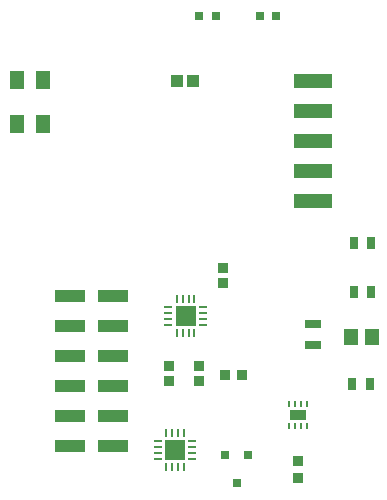
<source format=gbp>
G04*
G04 #@! TF.GenerationSoftware,Altium Limited,Altium Designer,24.9.1 (31)*
G04*
G04 Layer_Color=128*
%FSLAX44Y44*%
%MOMM*%
G71*
G04*
G04 #@! TF.SameCoordinates,573C6FB0-CD79-483D-94B5-B6DABAD4C9EF*
G04*
G04*
G04 #@! TF.FilePolarity,Positive*
G04*
G01*
G75*
%ADD20R,3.1800X1.2700*%
%ADD21R,0.9121X0.9581*%
%ADD23R,0.9000X0.8500*%
%ADD27R,2.5000X1.0000*%
%ADD30R,0.9581X0.9121*%
%ADD32R,0.8000X0.8000*%
%ADD58R,1.0000X1.0000*%
%ADD59O,0.7500X0.2500*%
%ADD60O,0.2500X0.7500*%
%ADD61R,1.8000X1.8000*%
%ADD62R,1.8000X1.8000*%
G04:AMPARAMS|DCode=63|XSize=1.3mm|YSize=0.76mm|CornerRadius=0.095mm|HoleSize=0mm|Usage=FLASHONLY|Rotation=0.000|XOffset=0mm|YOffset=0mm|HoleType=Round|Shape=RoundedRectangle|*
%AMROUNDEDRECTD63*
21,1,1.3000,0.5700,0,0,0.0*
21,1,1.1100,0.7600,0,0,0.0*
1,1,0.1900,0.5550,-0.2850*
1,1,0.1900,-0.5550,-0.2850*
1,1,0.1900,-0.5550,0.2850*
1,1,0.1900,0.5550,0.2850*
%
%ADD63ROUNDEDRECTD63*%
G04:AMPARAMS|DCode=65|XSize=0.25mm|YSize=0.5mm|CornerRadius=0.05mm|HoleSize=0mm|Usage=FLASHONLY|Rotation=0.000|XOffset=0mm|YOffset=0mm|HoleType=Round|Shape=RoundedRectangle|*
%AMROUNDEDRECTD65*
21,1,0.2500,0.4000,0,0,0.0*
21,1,0.1500,0.5000,0,0,0.0*
1,1,0.1000,0.0750,-0.2000*
1,1,0.1000,-0.0750,-0.2000*
1,1,0.1000,-0.0750,0.2000*
1,1,0.1000,0.0750,0.2000*
%
%ADD65ROUNDEDRECTD65*%
%ADD66R,1.1557X1.3970*%
%ADD67R,0.7000X0.7000*%
%ADD68R,0.7500X1.0000*%
%ADD69R,1.2500X1.6000*%
%ADD70R,0.8000X1.0000*%
%ADD81R,1.4660X0.8540*%
D20*
X453410Y494030D02*
D03*
Y468630D02*
D03*
Y417830D02*
D03*
Y443230D02*
D03*
Y519430D02*
D03*
D21*
X440690Y197770D02*
D03*
Y183230D02*
D03*
D23*
X331470Y265280D02*
D03*
Y278280D02*
D03*
X377190Y347980D02*
D03*
Y360980D02*
D03*
X356870Y278280D02*
D03*
Y265280D02*
D03*
D27*
X284330Y209991D02*
D03*
Y235391D02*
D03*
X247330Y209991D02*
D03*
Y235391D02*
D03*
X284330Y260791D02*
D03*
X247330D02*
D03*
X284330Y286191D02*
D03*
X247330D02*
D03*
Y336991D02*
D03*
X284330D02*
D03*
X247330Y311591D02*
D03*
X284330D02*
D03*
D30*
X378810Y270510D02*
D03*
X393350D02*
D03*
D32*
X388620Y178500D02*
D03*
X398120Y202500D02*
D03*
X379120D02*
D03*
D58*
X351790Y519430D02*
D03*
X337820D02*
D03*
D59*
X330940Y312540D02*
D03*
Y317540D02*
D03*
Y322540D02*
D03*
Y327540D02*
D03*
X359940D02*
D03*
Y322540D02*
D03*
Y317540D02*
D03*
Y312540D02*
D03*
X322050Y199510D02*
D03*
Y204510D02*
D03*
Y209510D02*
D03*
Y214510D02*
D03*
X351050D02*
D03*
Y209510D02*
D03*
Y204510D02*
D03*
Y199510D02*
D03*
D60*
X337940Y334540D02*
D03*
X342940D02*
D03*
X347940D02*
D03*
X352940D02*
D03*
Y305540D02*
D03*
X347940D02*
D03*
X342940D02*
D03*
X337940D02*
D03*
X344050Y192510D02*
D03*
X339050D02*
D03*
X334050D02*
D03*
X329050D02*
D03*
Y221510D02*
D03*
X334050D02*
D03*
X339050D02*
D03*
X344050D02*
D03*
D61*
X345440Y320040D02*
D03*
D62*
X336550Y207010D02*
D03*
D63*
X453390Y295910D02*
D03*
Y313810D02*
D03*
D65*
X448190Y245720D02*
D03*
X443190D02*
D03*
X438190D02*
D03*
X433190D02*
D03*
Y226720D02*
D03*
X438190D02*
D03*
X443190D02*
D03*
X448190D02*
D03*
D66*
X502856Y302260D02*
D03*
X485204D02*
D03*
D67*
X370840Y574040D02*
D03*
X356840D02*
D03*
X408290D02*
D03*
X422290D02*
D03*
D68*
X486530Y262890D02*
D03*
X501530D02*
D03*
D69*
X202360Y520150D02*
D03*
Y483150D02*
D03*
X224360D02*
D03*
Y520150D02*
D03*
D70*
X487800Y340360D02*
D03*
X502800D02*
D03*
X487800Y382270D02*
D03*
X502800D02*
D03*
D81*
X440690Y236220D02*
D03*
M02*

</source>
